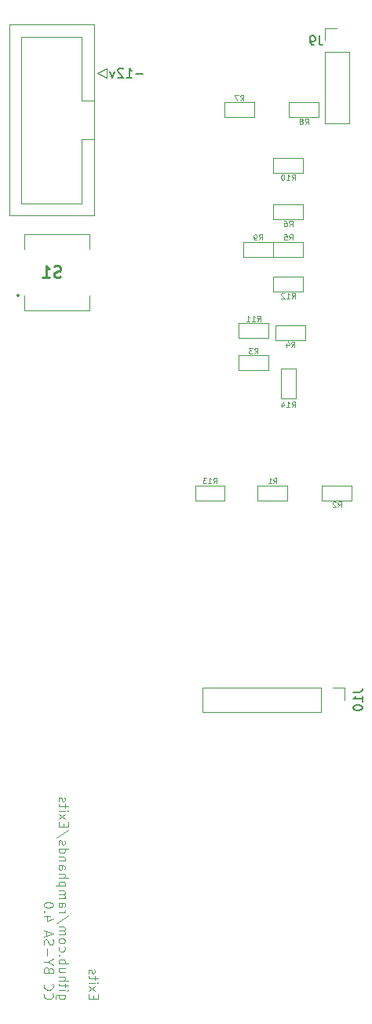
<source format=gbr>
G04 #@! TF.GenerationSoftware,KiCad,Pcbnew,(6.0.0)*
G04 #@! TF.CreationDate,2022-01-30T15:01:01+09:00*
G04 #@! TF.ProjectId,exits,65786974-732e-46b6-9963-61645f706362,2.1*
G04 #@! TF.SameCoordinates,Original*
G04 #@! TF.FileFunction,Legend,Bot*
G04 #@! TF.FilePolarity,Positive*
%FSLAX46Y46*%
G04 Gerber Fmt 4.6, Leading zero omitted, Abs format (unit mm)*
G04 Created by KiCad (PCBNEW (6.0.0)) date 2022-01-30 15:01:01*
%MOMM*%
%LPD*%
G01*
G04 APERTURE LIST*
%ADD10C,0.150000*%
%ADD11C,0.100000*%
%ADD12C,0.254000*%
%ADD13C,0.120000*%
%ADD14C,0.200000*%
G04 APERTURE END LIST*
D10*
X137814285Y-45871428D02*
X137052380Y-45871428D01*
X136052380Y-46252380D02*
X136623809Y-46252380D01*
X136338095Y-46252380D02*
X136338095Y-45252380D01*
X136433333Y-45395238D01*
X136528571Y-45490476D01*
X136623809Y-45538095D01*
X135671428Y-45347619D02*
X135623809Y-45300000D01*
X135528571Y-45252380D01*
X135290476Y-45252380D01*
X135195238Y-45300000D01*
X135147619Y-45347619D01*
X135100000Y-45442857D01*
X135100000Y-45538095D01*
X135147619Y-45680952D01*
X135719047Y-46252380D01*
X135100000Y-46252380D01*
X134766666Y-45585714D02*
X134528571Y-46252380D01*
X134290476Y-45585714D01*
D11*
X132486428Y-145496904D02*
X132486428Y-145163571D01*
X131962619Y-145020714D02*
X131962619Y-145496904D01*
X132962619Y-145496904D01*
X132962619Y-145020714D01*
X131962619Y-144687380D02*
X132629285Y-144163571D01*
X132629285Y-144687380D02*
X131962619Y-144163571D01*
X131962619Y-143782619D02*
X132629285Y-143782619D01*
X132962619Y-143782619D02*
X132915000Y-143830238D01*
X132867380Y-143782619D01*
X132915000Y-143735000D01*
X132962619Y-143782619D01*
X132867380Y-143782619D01*
X132629285Y-143449285D02*
X132629285Y-143068333D01*
X132962619Y-143306428D02*
X132105476Y-143306428D01*
X132010238Y-143258809D01*
X131962619Y-143163571D01*
X131962619Y-143068333D01*
X132010238Y-142782619D02*
X131962619Y-142687380D01*
X131962619Y-142496904D01*
X132010238Y-142401666D01*
X132105476Y-142354047D01*
X132153095Y-142354047D01*
X132248333Y-142401666D01*
X132295952Y-142496904D01*
X132295952Y-142639761D01*
X132343571Y-142735000D01*
X132438809Y-142782619D01*
X132486428Y-142782619D01*
X132581666Y-142735000D01*
X132629285Y-142639761D01*
X132629285Y-142496904D01*
X132581666Y-142401666D01*
X129409285Y-145068333D02*
X128599761Y-145068333D01*
X128504523Y-145115952D01*
X128456904Y-145163571D01*
X128409285Y-145258809D01*
X128409285Y-145401666D01*
X128456904Y-145496904D01*
X128790238Y-145068333D02*
X128742619Y-145163571D01*
X128742619Y-145354047D01*
X128790238Y-145449285D01*
X128837857Y-145496904D01*
X128933095Y-145544523D01*
X129218809Y-145544523D01*
X129314047Y-145496904D01*
X129361666Y-145449285D01*
X129409285Y-145354047D01*
X129409285Y-145163571D01*
X129361666Y-145068333D01*
X128742619Y-144592142D02*
X129409285Y-144592142D01*
X129742619Y-144592142D02*
X129695000Y-144639761D01*
X129647380Y-144592142D01*
X129695000Y-144544523D01*
X129742619Y-144592142D01*
X129647380Y-144592142D01*
X129409285Y-144258809D02*
X129409285Y-143877857D01*
X129742619Y-144115952D02*
X128885476Y-144115952D01*
X128790238Y-144068333D01*
X128742619Y-143973095D01*
X128742619Y-143877857D01*
X128742619Y-143544523D02*
X129742619Y-143544523D01*
X128742619Y-143115952D02*
X129266428Y-143115952D01*
X129361666Y-143163571D01*
X129409285Y-143258809D01*
X129409285Y-143401666D01*
X129361666Y-143496904D01*
X129314047Y-143544523D01*
X129409285Y-142211190D02*
X128742619Y-142211190D01*
X129409285Y-142639761D02*
X128885476Y-142639761D01*
X128790238Y-142592142D01*
X128742619Y-142496904D01*
X128742619Y-142354047D01*
X128790238Y-142258809D01*
X128837857Y-142211190D01*
X128742619Y-141735000D02*
X129742619Y-141735000D01*
X129361666Y-141735000D02*
X129409285Y-141639761D01*
X129409285Y-141449285D01*
X129361666Y-141354047D01*
X129314047Y-141306428D01*
X129218809Y-141258809D01*
X128933095Y-141258809D01*
X128837857Y-141306428D01*
X128790238Y-141354047D01*
X128742619Y-141449285D01*
X128742619Y-141639761D01*
X128790238Y-141735000D01*
X128837857Y-140830238D02*
X128790238Y-140782619D01*
X128742619Y-140830238D01*
X128790238Y-140877857D01*
X128837857Y-140830238D01*
X128742619Y-140830238D01*
X128790238Y-139925476D02*
X128742619Y-140020714D01*
X128742619Y-140211190D01*
X128790238Y-140306428D01*
X128837857Y-140354047D01*
X128933095Y-140401666D01*
X129218809Y-140401666D01*
X129314047Y-140354047D01*
X129361666Y-140306428D01*
X129409285Y-140211190D01*
X129409285Y-140020714D01*
X129361666Y-139925476D01*
X128742619Y-139354047D02*
X128790238Y-139449285D01*
X128837857Y-139496904D01*
X128933095Y-139544523D01*
X129218809Y-139544523D01*
X129314047Y-139496904D01*
X129361666Y-139449285D01*
X129409285Y-139354047D01*
X129409285Y-139211190D01*
X129361666Y-139115952D01*
X129314047Y-139068333D01*
X129218809Y-139020714D01*
X128933095Y-139020714D01*
X128837857Y-139068333D01*
X128790238Y-139115952D01*
X128742619Y-139211190D01*
X128742619Y-139354047D01*
X128742619Y-138592142D02*
X129409285Y-138592142D01*
X129314047Y-138592142D02*
X129361666Y-138544523D01*
X129409285Y-138449285D01*
X129409285Y-138306428D01*
X129361666Y-138211190D01*
X129266428Y-138163571D01*
X128742619Y-138163571D01*
X129266428Y-138163571D02*
X129361666Y-138115952D01*
X129409285Y-138020714D01*
X129409285Y-137877857D01*
X129361666Y-137782619D01*
X129266428Y-137735000D01*
X128742619Y-137735000D01*
X129790238Y-136544523D02*
X128504523Y-137401666D01*
X128742619Y-136211190D02*
X129409285Y-136211190D01*
X129218809Y-136211190D02*
X129314047Y-136163571D01*
X129361666Y-136115952D01*
X129409285Y-136020714D01*
X129409285Y-135925476D01*
X128742619Y-135163571D02*
X129266428Y-135163571D01*
X129361666Y-135211190D01*
X129409285Y-135306428D01*
X129409285Y-135496904D01*
X129361666Y-135592142D01*
X128790238Y-135163571D02*
X128742619Y-135258809D01*
X128742619Y-135496904D01*
X128790238Y-135592142D01*
X128885476Y-135639761D01*
X128980714Y-135639761D01*
X129075952Y-135592142D01*
X129123571Y-135496904D01*
X129123571Y-135258809D01*
X129171190Y-135163571D01*
X128742619Y-134687380D02*
X129409285Y-134687380D01*
X129314047Y-134687380D02*
X129361666Y-134639761D01*
X129409285Y-134544523D01*
X129409285Y-134401666D01*
X129361666Y-134306428D01*
X129266428Y-134258809D01*
X128742619Y-134258809D01*
X129266428Y-134258809D02*
X129361666Y-134211190D01*
X129409285Y-134115952D01*
X129409285Y-133973095D01*
X129361666Y-133877857D01*
X129266428Y-133830238D01*
X128742619Y-133830238D01*
X129409285Y-133354047D02*
X128409285Y-133354047D01*
X129361666Y-133354047D02*
X129409285Y-133258809D01*
X129409285Y-133068333D01*
X129361666Y-132973095D01*
X129314047Y-132925476D01*
X129218809Y-132877857D01*
X128933095Y-132877857D01*
X128837857Y-132925476D01*
X128790238Y-132973095D01*
X128742619Y-133068333D01*
X128742619Y-133258809D01*
X128790238Y-133354047D01*
X128742619Y-132449285D02*
X129742619Y-132449285D01*
X128742619Y-132020714D02*
X129266428Y-132020714D01*
X129361666Y-132068333D01*
X129409285Y-132163571D01*
X129409285Y-132306428D01*
X129361666Y-132401666D01*
X129314047Y-132449285D01*
X128742619Y-131115952D02*
X129266428Y-131115952D01*
X129361666Y-131163571D01*
X129409285Y-131258809D01*
X129409285Y-131449285D01*
X129361666Y-131544523D01*
X128790238Y-131115952D02*
X128742619Y-131211190D01*
X128742619Y-131449285D01*
X128790238Y-131544523D01*
X128885476Y-131592142D01*
X128980714Y-131592142D01*
X129075952Y-131544523D01*
X129123571Y-131449285D01*
X129123571Y-131211190D01*
X129171190Y-131115952D01*
X129409285Y-130639761D02*
X128742619Y-130639761D01*
X129314047Y-130639761D02*
X129361666Y-130592142D01*
X129409285Y-130496904D01*
X129409285Y-130354047D01*
X129361666Y-130258809D01*
X129266428Y-130211190D01*
X128742619Y-130211190D01*
X128742619Y-129306428D02*
X129742619Y-129306428D01*
X128790238Y-129306428D02*
X128742619Y-129401666D01*
X128742619Y-129592142D01*
X128790238Y-129687380D01*
X128837857Y-129735000D01*
X128933095Y-129782619D01*
X129218809Y-129782619D01*
X129314047Y-129735000D01*
X129361666Y-129687380D01*
X129409285Y-129592142D01*
X129409285Y-129401666D01*
X129361666Y-129306428D01*
X128790238Y-128877857D02*
X128742619Y-128782619D01*
X128742619Y-128592142D01*
X128790238Y-128496904D01*
X128885476Y-128449285D01*
X128933095Y-128449285D01*
X129028333Y-128496904D01*
X129075952Y-128592142D01*
X129075952Y-128735000D01*
X129123571Y-128830238D01*
X129218809Y-128877857D01*
X129266428Y-128877857D01*
X129361666Y-128830238D01*
X129409285Y-128735000D01*
X129409285Y-128592142D01*
X129361666Y-128496904D01*
X129790238Y-127306428D02*
X128504523Y-128163571D01*
X129266428Y-126973095D02*
X129266428Y-126639761D01*
X128742619Y-126496904D02*
X128742619Y-126973095D01*
X129742619Y-126973095D01*
X129742619Y-126496904D01*
X128742619Y-126163571D02*
X129409285Y-125639761D01*
X129409285Y-126163571D02*
X128742619Y-125639761D01*
X128742619Y-125258809D02*
X129409285Y-125258809D01*
X129742619Y-125258809D02*
X129695000Y-125306428D01*
X129647380Y-125258809D01*
X129695000Y-125211190D01*
X129742619Y-125258809D01*
X129647380Y-125258809D01*
X129409285Y-124925476D02*
X129409285Y-124544523D01*
X129742619Y-124782619D02*
X128885476Y-124782619D01*
X128790238Y-124735000D01*
X128742619Y-124639761D01*
X128742619Y-124544523D01*
X128790238Y-124258809D02*
X128742619Y-124163571D01*
X128742619Y-123973095D01*
X128790238Y-123877857D01*
X128885476Y-123830238D01*
X128933095Y-123830238D01*
X129028333Y-123877857D01*
X129075952Y-123973095D01*
X129075952Y-124115952D01*
X129123571Y-124211190D01*
X129218809Y-124258809D01*
X129266428Y-124258809D01*
X129361666Y-124211190D01*
X129409285Y-124115952D01*
X129409285Y-123973095D01*
X129361666Y-123877857D01*
X127227857Y-144925476D02*
X127180238Y-144973095D01*
X127132619Y-145115952D01*
X127132619Y-145211190D01*
X127180238Y-145354047D01*
X127275476Y-145449285D01*
X127370714Y-145496904D01*
X127561190Y-145544523D01*
X127704047Y-145544523D01*
X127894523Y-145496904D01*
X127989761Y-145449285D01*
X128085000Y-145354047D01*
X128132619Y-145211190D01*
X128132619Y-145115952D01*
X128085000Y-144973095D01*
X128037380Y-144925476D01*
X127227857Y-143925476D02*
X127180238Y-143973095D01*
X127132619Y-144115952D01*
X127132619Y-144211190D01*
X127180238Y-144354047D01*
X127275476Y-144449285D01*
X127370714Y-144496904D01*
X127561190Y-144544523D01*
X127704047Y-144544523D01*
X127894523Y-144496904D01*
X127989761Y-144449285D01*
X128085000Y-144354047D01*
X128132619Y-144211190D01*
X128132619Y-144115952D01*
X128085000Y-143973095D01*
X128037380Y-143925476D01*
X127656428Y-142401666D02*
X127608809Y-142258809D01*
X127561190Y-142211190D01*
X127465952Y-142163571D01*
X127323095Y-142163571D01*
X127227857Y-142211190D01*
X127180238Y-142258809D01*
X127132619Y-142354047D01*
X127132619Y-142735000D01*
X128132619Y-142735000D01*
X128132619Y-142401666D01*
X128085000Y-142306428D01*
X128037380Y-142258809D01*
X127942142Y-142211190D01*
X127846904Y-142211190D01*
X127751666Y-142258809D01*
X127704047Y-142306428D01*
X127656428Y-142401666D01*
X127656428Y-142735000D01*
X127608809Y-141544523D02*
X127132619Y-141544523D01*
X128132619Y-141877857D02*
X127608809Y-141544523D01*
X128132619Y-141211190D01*
X127513571Y-140877857D02*
X127513571Y-140115952D01*
X127180238Y-139687380D02*
X127132619Y-139544523D01*
X127132619Y-139306428D01*
X127180238Y-139211190D01*
X127227857Y-139163571D01*
X127323095Y-139115952D01*
X127418333Y-139115952D01*
X127513571Y-139163571D01*
X127561190Y-139211190D01*
X127608809Y-139306428D01*
X127656428Y-139496904D01*
X127704047Y-139592142D01*
X127751666Y-139639761D01*
X127846904Y-139687380D01*
X127942142Y-139687380D01*
X128037380Y-139639761D01*
X128085000Y-139592142D01*
X128132619Y-139496904D01*
X128132619Y-139258809D01*
X128085000Y-139115952D01*
X127418333Y-138735000D02*
X127418333Y-138258809D01*
X127132619Y-138830238D02*
X128132619Y-138496904D01*
X127132619Y-138163571D01*
X127799285Y-136639761D02*
X127132619Y-136639761D01*
X128180238Y-136877857D02*
X127465952Y-137115952D01*
X127465952Y-136496904D01*
X127227857Y-136115952D02*
X127180238Y-136068333D01*
X127132619Y-136115952D01*
X127180238Y-136163571D01*
X127227857Y-136115952D01*
X127132619Y-136115952D01*
X128132619Y-135449285D02*
X128132619Y-135354047D01*
X128085000Y-135258809D01*
X128037380Y-135211190D01*
X127942142Y-135163571D01*
X127751666Y-135115952D01*
X127513571Y-135115952D01*
X127323095Y-135163571D01*
X127227857Y-135211190D01*
X127180238Y-135258809D01*
X127132619Y-135354047D01*
X127132619Y-135449285D01*
X127180238Y-135544523D01*
X127227857Y-135592142D01*
X127323095Y-135639761D01*
X127513571Y-135687380D01*
X127751666Y-135687380D01*
X127942142Y-135639761D01*
X128037380Y-135592142D01*
X128085000Y-135544523D01*
X128132619Y-135449285D01*
X148350000Y-48751428D02*
X148550000Y-48465714D01*
X148692857Y-48751428D02*
X148692857Y-48151428D01*
X148464285Y-48151428D01*
X148407142Y-48180000D01*
X148378571Y-48208571D01*
X148350000Y-48265714D01*
X148350000Y-48351428D01*
X148378571Y-48408571D01*
X148407142Y-48437142D01*
X148464285Y-48465714D01*
X148692857Y-48465714D01*
X148150000Y-48151428D02*
X147750000Y-48151428D01*
X148007142Y-48751428D01*
X149850000Y-76001428D02*
X150050000Y-75715714D01*
X150192857Y-76001428D02*
X150192857Y-75401428D01*
X149964285Y-75401428D01*
X149907142Y-75430000D01*
X149878571Y-75458571D01*
X149850000Y-75515714D01*
X149850000Y-75601428D01*
X149878571Y-75658571D01*
X149907142Y-75687142D01*
X149964285Y-75715714D01*
X150192857Y-75715714D01*
X149650000Y-75401428D02*
X149278571Y-75401428D01*
X149478571Y-75630000D01*
X149392857Y-75630000D01*
X149335714Y-75658571D01*
X149307142Y-75687142D01*
X149278571Y-75744285D01*
X149278571Y-75887142D01*
X149307142Y-75944285D01*
X149335714Y-75972857D01*
X149392857Y-76001428D01*
X149564285Y-76001428D01*
X149621428Y-75972857D01*
X149650000Y-75944285D01*
X158850000Y-92541428D02*
X159050000Y-92255714D01*
X159192857Y-92541428D02*
X159192857Y-91941428D01*
X158964285Y-91941428D01*
X158907142Y-91970000D01*
X158878571Y-91998571D01*
X158850000Y-92055714D01*
X158850000Y-92141428D01*
X158878571Y-92198571D01*
X158907142Y-92227142D01*
X158964285Y-92255714D01*
X159192857Y-92255714D01*
X158621428Y-91998571D02*
X158592857Y-91970000D01*
X158535714Y-91941428D01*
X158392857Y-91941428D01*
X158335714Y-91970000D01*
X158307142Y-91998571D01*
X158278571Y-92055714D01*
X158278571Y-92112857D01*
X158307142Y-92198571D01*
X158650000Y-92541428D01*
X158278571Y-92541428D01*
X151900000Y-90001428D02*
X152100000Y-89715714D01*
X152242857Y-90001428D02*
X152242857Y-89401428D01*
X152014285Y-89401428D01*
X151957142Y-89430000D01*
X151928571Y-89458571D01*
X151900000Y-89515714D01*
X151900000Y-89601428D01*
X151928571Y-89658571D01*
X151957142Y-89687142D01*
X152014285Y-89715714D01*
X152242857Y-89715714D01*
X151328571Y-90001428D02*
X151671428Y-90001428D01*
X151500000Y-90001428D02*
X151500000Y-89401428D01*
X151557142Y-89487142D01*
X151614285Y-89544285D01*
X151671428Y-89572857D01*
X153850000Y-75291428D02*
X154050000Y-75005714D01*
X154192857Y-75291428D02*
X154192857Y-74691428D01*
X153964285Y-74691428D01*
X153907142Y-74720000D01*
X153878571Y-74748571D01*
X153850000Y-74805714D01*
X153850000Y-74891428D01*
X153878571Y-74948571D01*
X153907142Y-74977142D01*
X153964285Y-75005714D01*
X154192857Y-75005714D01*
X153335714Y-74891428D02*
X153335714Y-75291428D01*
X153478571Y-74662857D02*
X153621428Y-75091428D01*
X153250000Y-75091428D01*
X153600000Y-63751428D02*
X153800000Y-63465714D01*
X153942857Y-63751428D02*
X153942857Y-63151428D01*
X153714285Y-63151428D01*
X153657142Y-63180000D01*
X153628571Y-63208571D01*
X153600000Y-63265714D01*
X153600000Y-63351428D01*
X153628571Y-63408571D01*
X153657142Y-63437142D01*
X153714285Y-63465714D01*
X153942857Y-63465714D01*
X153057142Y-63151428D02*
X153342857Y-63151428D01*
X153371428Y-63437142D01*
X153342857Y-63408571D01*
X153285714Y-63380000D01*
X153142857Y-63380000D01*
X153085714Y-63408571D01*
X153057142Y-63437142D01*
X153028571Y-63494285D01*
X153028571Y-63637142D01*
X153057142Y-63694285D01*
X153085714Y-63722857D01*
X153142857Y-63751428D01*
X153285714Y-63751428D01*
X153342857Y-63722857D01*
X153371428Y-63694285D01*
X153600000Y-62291428D02*
X153800000Y-62005714D01*
X153942857Y-62291428D02*
X153942857Y-61691428D01*
X153714285Y-61691428D01*
X153657142Y-61720000D01*
X153628571Y-61748571D01*
X153600000Y-61805714D01*
X153600000Y-61891428D01*
X153628571Y-61948571D01*
X153657142Y-61977142D01*
X153714285Y-62005714D01*
X153942857Y-62005714D01*
X153085714Y-61691428D02*
X153200000Y-61691428D01*
X153257142Y-61720000D01*
X153285714Y-61748571D01*
X153342857Y-61834285D01*
X153371428Y-61948571D01*
X153371428Y-62177142D01*
X153342857Y-62234285D01*
X153314285Y-62262857D01*
X153257142Y-62291428D01*
X153142857Y-62291428D01*
X153085714Y-62262857D01*
X153057142Y-62234285D01*
X153028571Y-62177142D01*
X153028571Y-62034285D01*
X153057142Y-61977142D01*
X153085714Y-61948571D01*
X153142857Y-61920000D01*
X153257142Y-61920000D01*
X153314285Y-61948571D01*
X153342857Y-61977142D01*
X153371428Y-62034285D01*
X150350000Y-63751428D02*
X150550000Y-63465714D01*
X150692857Y-63751428D02*
X150692857Y-63151428D01*
X150464285Y-63151428D01*
X150407142Y-63180000D01*
X150378571Y-63208571D01*
X150350000Y-63265714D01*
X150350000Y-63351428D01*
X150378571Y-63408571D01*
X150407142Y-63437142D01*
X150464285Y-63465714D01*
X150692857Y-63465714D01*
X150064285Y-63751428D02*
X149950000Y-63751428D01*
X149892857Y-63722857D01*
X149864285Y-63694285D01*
X149807142Y-63608571D01*
X149778571Y-63494285D01*
X149778571Y-63265714D01*
X149807142Y-63208571D01*
X149835714Y-63180000D01*
X149892857Y-63151428D01*
X150007142Y-63151428D01*
X150064285Y-63180000D01*
X150092857Y-63208571D01*
X150121428Y-63265714D01*
X150121428Y-63408571D01*
X150092857Y-63465714D01*
X150064285Y-63494285D01*
X150007142Y-63522857D01*
X149892857Y-63522857D01*
X149835714Y-63494285D01*
X149807142Y-63465714D01*
X149778571Y-63408571D01*
X153885714Y-70041428D02*
X154085714Y-69755714D01*
X154228571Y-70041428D02*
X154228571Y-69441428D01*
X154000000Y-69441428D01*
X153942857Y-69470000D01*
X153914285Y-69498571D01*
X153885714Y-69555714D01*
X153885714Y-69641428D01*
X153914285Y-69698571D01*
X153942857Y-69727142D01*
X154000000Y-69755714D01*
X154228571Y-69755714D01*
X153314285Y-70041428D02*
X153657142Y-70041428D01*
X153485714Y-70041428D02*
X153485714Y-69441428D01*
X153542857Y-69527142D01*
X153600000Y-69584285D01*
X153657142Y-69612857D01*
X153085714Y-69498571D02*
X153057142Y-69470000D01*
X153000000Y-69441428D01*
X152857142Y-69441428D01*
X152800000Y-69470000D01*
X152771428Y-69498571D01*
X152742857Y-69555714D01*
X152742857Y-69612857D01*
X152771428Y-69698571D01*
X153114285Y-70041428D01*
X152742857Y-70041428D01*
X145435714Y-90001428D02*
X145635714Y-89715714D01*
X145778571Y-90001428D02*
X145778571Y-89401428D01*
X145550000Y-89401428D01*
X145492857Y-89430000D01*
X145464285Y-89458571D01*
X145435714Y-89515714D01*
X145435714Y-89601428D01*
X145464285Y-89658571D01*
X145492857Y-89687142D01*
X145550000Y-89715714D01*
X145778571Y-89715714D01*
X144864285Y-90001428D02*
X145207142Y-90001428D01*
X145035714Y-90001428D02*
X145035714Y-89401428D01*
X145092857Y-89487142D01*
X145150000Y-89544285D01*
X145207142Y-89572857D01*
X144664285Y-89401428D02*
X144292857Y-89401428D01*
X144492857Y-89630000D01*
X144407142Y-89630000D01*
X144350000Y-89658571D01*
X144321428Y-89687142D01*
X144292857Y-89744285D01*
X144292857Y-89887142D01*
X144321428Y-89944285D01*
X144350000Y-89972857D01*
X144407142Y-90001428D01*
X144578571Y-90001428D01*
X144635714Y-89972857D01*
X144664285Y-89944285D01*
X155300000Y-51291428D02*
X155500000Y-51005714D01*
X155642857Y-51291428D02*
X155642857Y-50691428D01*
X155414285Y-50691428D01*
X155357142Y-50720000D01*
X155328571Y-50748571D01*
X155300000Y-50805714D01*
X155300000Y-50891428D01*
X155328571Y-50948571D01*
X155357142Y-50977142D01*
X155414285Y-51005714D01*
X155642857Y-51005714D01*
X154957142Y-50948571D02*
X155014285Y-50920000D01*
X155042857Y-50891428D01*
X155071428Y-50834285D01*
X155071428Y-50805714D01*
X155042857Y-50748571D01*
X155014285Y-50720000D01*
X154957142Y-50691428D01*
X154842857Y-50691428D01*
X154785714Y-50720000D01*
X154757142Y-50748571D01*
X154728571Y-50805714D01*
X154728571Y-50834285D01*
X154757142Y-50891428D01*
X154785714Y-50920000D01*
X154842857Y-50948571D01*
X154957142Y-50948571D01*
X155014285Y-50977142D01*
X155042857Y-51005714D01*
X155071428Y-51062857D01*
X155071428Y-51177142D01*
X155042857Y-51234285D01*
X155014285Y-51262857D01*
X154957142Y-51291428D01*
X154842857Y-51291428D01*
X154785714Y-51262857D01*
X154757142Y-51234285D01*
X154728571Y-51177142D01*
X154728571Y-51062857D01*
X154757142Y-51005714D01*
X154785714Y-50977142D01*
X154842857Y-50948571D01*
X153885714Y-81771428D02*
X154085714Y-81485714D01*
X154228571Y-81771428D02*
X154228571Y-81171428D01*
X154000000Y-81171428D01*
X153942857Y-81200000D01*
X153914285Y-81228571D01*
X153885714Y-81285714D01*
X153885714Y-81371428D01*
X153914285Y-81428571D01*
X153942857Y-81457142D01*
X154000000Y-81485714D01*
X154228571Y-81485714D01*
X153314285Y-81771428D02*
X153657142Y-81771428D01*
X153485714Y-81771428D02*
X153485714Y-81171428D01*
X153542857Y-81257142D01*
X153600000Y-81314285D01*
X153657142Y-81342857D01*
X152800000Y-81371428D02*
X152800000Y-81771428D01*
X152942857Y-81142857D02*
X153085714Y-81571428D01*
X152714285Y-81571428D01*
X153885714Y-57291428D02*
X154085714Y-57005714D01*
X154228571Y-57291428D02*
X154228571Y-56691428D01*
X154000000Y-56691428D01*
X153942857Y-56720000D01*
X153914285Y-56748571D01*
X153885714Y-56805714D01*
X153885714Y-56891428D01*
X153914285Y-56948571D01*
X153942857Y-56977142D01*
X154000000Y-57005714D01*
X154228571Y-57005714D01*
X153314285Y-57291428D02*
X153657142Y-57291428D01*
X153485714Y-57291428D02*
X153485714Y-56691428D01*
X153542857Y-56777142D01*
X153600000Y-56834285D01*
X153657142Y-56862857D01*
X152942857Y-56691428D02*
X152885714Y-56691428D01*
X152828571Y-56720000D01*
X152800000Y-56748571D01*
X152771428Y-56805714D01*
X152742857Y-56920000D01*
X152742857Y-57062857D01*
X152771428Y-57177142D01*
X152800000Y-57234285D01*
X152828571Y-57262857D01*
X152885714Y-57291428D01*
X152942857Y-57291428D01*
X153000000Y-57262857D01*
X153028571Y-57234285D01*
X153057142Y-57177142D01*
X153085714Y-57062857D01*
X153085714Y-56920000D01*
X153057142Y-56805714D01*
X153028571Y-56748571D01*
X153000000Y-56720000D01*
X152942857Y-56691428D01*
X150135714Y-72501428D02*
X150335714Y-72215714D01*
X150478571Y-72501428D02*
X150478571Y-71901428D01*
X150250000Y-71901428D01*
X150192857Y-71930000D01*
X150164285Y-71958571D01*
X150135714Y-72015714D01*
X150135714Y-72101428D01*
X150164285Y-72158571D01*
X150192857Y-72187142D01*
X150250000Y-72215714D01*
X150478571Y-72215714D01*
X149564285Y-72501428D02*
X149907142Y-72501428D01*
X149735714Y-72501428D02*
X149735714Y-71901428D01*
X149792857Y-71987142D01*
X149850000Y-72044285D01*
X149907142Y-72072857D01*
X148992857Y-72501428D02*
X149335714Y-72501428D01*
X149164285Y-72501428D02*
X149164285Y-71901428D01*
X149221428Y-71987142D01*
X149278571Y-72044285D01*
X149335714Y-72072857D01*
D10*
X160502380Y-112490476D02*
X161216666Y-112490476D01*
X161359523Y-112442857D01*
X161454761Y-112347619D01*
X161502380Y-112204761D01*
X161502380Y-112109523D01*
X161502380Y-113490476D02*
X161502380Y-112919047D01*
X161502380Y-113204761D02*
X160502380Y-113204761D01*
X160645238Y-113109523D01*
X160740476Y-113014285D01*
X160788095Y-112919047D01*
X160502380Y-114109523D02*
X160502380Y-114204761D01*
X160550000Y-114300000D01*
X160597619Y-114347619D01*
X160692857Y-114395238D01*
X160883333Y-114442857D01*
X161121428Y-114442857D01*
X161311904Y-114395238D01*
X161407142Y-114347619D01*
X161454761Y-114300000D01*
X161502380Y-114204761D01*
X161502380Y-114109523D01*
X161454761Y-114014285D01*
X161407142Y-113966666D01*
X161311904Y-113919047D01*
X161121428Y-113871428D01*
X160883333Y-113871428D01*
X160692857Y-113919047D01*
X160597619Y-113966666D01*
X160550000Y-114014285D01*
X160502380Y-114109523D01*
X156833333Y-41752380D02*
X156833333Y-42466666D01*
X156880952Y-42609523D01*
X156976190Y-42704761D01*
X157119047Y-42752380D01*
X157214285Y-42752380D01*
X156309523Y-42752380D02*
X156119047Y-42752380D01*
X156023809Y-42704761D01*
X155976190Y-42657142D01*
X155880952Y-42514285D01*
X155833333Y-42323809D01*
X155833333Y-41942857D01*
X155880952Y-41847619D01*
X155928571Y-41800000D01*
X156023809Y-41752380D01*
X156214285Y-41752380D01*
X156309523Y-41800000D01*
X156357142Y-41847619D01*
X156404761Y-41942857D01*
X156404761Y-42180952D01*
X156357142Y-42276190D01*
X156309523Y-42323809D01*
X156214285Y-42371428D01*
X156023809Y-42371428D01*
X155928571Y-42323809D01*
X155880952Y-42276190D01*
X155833333Y-42180952D01*
D12*
X128942619Y-67744047D02*
X128761190Y-67804523D01*
X128458809Y-67804523D01*
X128337857Y-67744047D01*
X128277380Y-67683571D01*
X128216904Y-67562619D01*
X128216904Y-67441666D01*
X128277380Y-67320714D01*
X128337857Y-67260238D01*
X128458809Y-67199761D01*
X128700714Y-67139285D01*
X128821666Y-67078809D01*
X128882142Y-67018333D01*
X128942619Y-66897380D01*
X128942619Y-66776428D01*
X128882142Y-66655476D01*
X128821666Y-66595000D01*
X128700714Y-66534523D01*
X128398333Y-66534523D01*
X128216904Y-66595000D01*
X127007380Y-67804523D02*
X127733095Y-67804523D01*
X127370238Y-67804523D02*
X127370238Y-66534523D01*
X127491190Y-66715952D01*
X127612142Y-66836904D01*
X127733095Y-66897380D01*
D11*
X149850000Y-48950000D02*
X146650000Y-48950000D01*
X146650000Y-48950000D02*
X146650000Y-50550000D01*
X146650000Y-50550000D02*
X149850000Y-50550000D01*
X149850000Y-50550000D02*
X149850000Y-48950000D01*
X148150000Y-77800000D02*
X151350000Y-77800000D01*
X148150000Y-76200000D02*
X148150000Y-77800000D01*
X151350000Y-76200000D02*
X148150000Y-76200000D01*
X151350000Y-77800000D02*
X151350000Y-76200000D01*
X157150000Y-91800000D02*
X160350000Y-91800000D01*
X160350000Y-91800000D02*
X160350000Y-90200000D01*
X160350000Y-90200000D02*
X157150000Y-90200000D01*
X157150000Y-90200000D02*
X157150000Y-91800000D01*
X150200000Y-90200000D02*
X150200000Y-91800000D01*
X153400000Y-91800000D02*
X153400000Y-90200000D01*
X153400000Y-90200000D02*
X150200000Y-90200000D01*
X150200000Y-91800000D02*
X153400000Y-91800000D01*
X155350000Y-72950000D02*
X152150000Y-72950000D01*
X155350000Y-74550000D02*
X155350000Y-72950000D01*
X152150000Y-72950000D02*
X152150000Y-74550000D01*
X152150000Y-74550000D02*
X155350000Y-74550000D01*
X155100000Y-65550000D02*
X155100000Y-63950000D01*
X151900000Y-63950000D02*
X151900000Y-65550000D01*
X151900000Y-65550000D02*
X155100000Y-65550000D01*
X155100000Y-63950000D02*
X151900000Y-63950000D01*
X151900000Y-59950000D02*
X151900000Y-61550000D01*
X155100000Y-61550000D02*
X155100000Y-59950000D01*
X155100000Y-59950000D02*
X151900000Y-59950000D01*
X151900000Y-61550000D02*
X155100000Y-61550000D01*
X151850000Y-65550000D02*
X151850000Y-63950000D01*
X148650000Y-65550000D02*
X151850000Y-65550000D01*
X151850000Y-63950000D02*
X148650000Y-63950000D01*
X148650000Y-63950000D02*
X148650000Y-65550000D01*
X151900000Y-69300000D02*
X155100000Y-69300000D01*
X155100000Y-67700000D02*
X151900000Y-67700000D01*
X155100000Y-69300000D02*
X155100000Y-67700000D01*
X151900000Y-67700000D02*
X151900000Y-69300000D01*
X146650000Y-90200000D02*
X143450000Y-90200000D01*
X146650000Y-91800000D02*
X146650000Y-90200000D01*
X143450000Y-91800000D02*
X146650000Y-91800000D01*
X143450000Y-90200000D02*
X143450000Y-91800000D01*
X156800000Y-48950000D02*
X153600000Y-48950000D01*
X153600000Y-48950000D02*
X153600000Y-50550000D01*
X153600000Y-50550000D02*
X156800000Y-50550000D01*
X156800000Y-50550000D02*
X156800000Y-48950000D01*
X154300000Y-80850000D02*
X154300000Y-77650000D01*
X152700000Y-77650000D02*
X152700000Y-80850000D01*
X152700000Y-80850000D02*
X154300000Y-80850000D01*
X154300000Y-77650000D02*
X152700000Y-77650000D01*
X151900000Y-56550000D02*
X155100000Y-56550000D01*
X155100000Y-54950000D02*
X151900000Y-54950000D01*
X155100000Y-56550000D02*
X155100000Y-54950000D01*
X151900000Y-54950000D02*
X151900000Y-56550000D01*
X148150000Y-74300000D02*
X151350000Y-74300000D01*
X151350000Y-74300000D02*
X151350000Y-72700000D01*
X148150000Y-72700000D02*
X148150000Y-74300000D01*
X151350000Y-72700000D02*
X148150000Y-72700000D01*
D13*
X157010000Y-111970000D02*
X144250000Y-111970000D01*
X159610000Y-111970000D02*
X158280000Y-111970000D01*
X157010000Y-114630000D02*
X144250000Y-114630000D01*
X144250000Y-114630000D02*
X144250000Y-111970000D01*
X159610000Y-113300000D02*
X159610000Y-111970000D01*
X157010000Y-114630000D02*
X157010000Y-111970000D01*
X160080000Y-43520000D02*
X157420000Y-43520000D01*
X160080000Y-51200000D02*
X157420000Y-51200000D01*
X157420000Y-43520000D02*
X157420000Y-51200000D01*
X158750000Y-40920000D02*
X157420000Y-40920000D01*
X157420000Y-40920000D02*
X157420000Y-42250000D01*
X160080000Y-43520000D02*
X160080000Y-51200000D01*
X131230000Y-41840000D02*
X124730000Y-41840000D01*
X131230000Y-59820000D02*
X131230000Y-52880000D01*
X131230000Y-52880000D02*
X131230000Y-52880000D01*
X132540000Y-48780000D02*
X131230000Y-48780000D01*
X124730000Y-59820000D02*
X131230000Y-59820000D01*
X131230000Y-52880000D02*
X132540000Y-52880000D01*
X123420000Y-40540000D02*
X123420000Y-61120000D01*
X131230000Y-48780000D02*
X131230000Y-41840000D01*
X132930000Y-45750000D02*
X133930000Y-45250000D01*
X133930000Y-45250000D02*
X133930000Y-46250000D01*
X132540000Y-61120000D02*
X132540000Y-40540000D01*
X133930000Y-46250000D02*
X132930000Y-45750000D01*
X132540000Y-40540000D02*
X123420000Y-40540000D01*
X123420000Y-61120000D02*
X132540000Y-61120000D01*
X124730000Y-41840000D02*
X124730000Y-59820000D01*
D11*
X132050000Y-63155000D02*
X125050000Y-63155000D01*
X132050000Y-71305000D02*
X125050000Y-71305000D01*
D14*
X124250000Y-69730000D02*
X124250000Y-69730000D01*
D11*
X132050000Y-64730000D02*
X132050000Y-63155000D01*
X125050000Y-71305000D02*
X125050000Y-69730000D01*
X132050000Y-69730000D02*
X132050000Y-71305000D01*
D14*
X124450000Y-69730000D02*
X124450000Y-69730000D01*
D11*
X125050000Y-63155000D02*
X125050000Y-64730000D01*
D14*
X124250000Y-69730000D02*
G75*
G03*
X124450000Y-69730000I100000J0D01*
G01*
X124450000Y-69730000D02*
G75*
G03*
X124250000Y-69730000I-100000J0D01*
G01*
M02*

</source>
